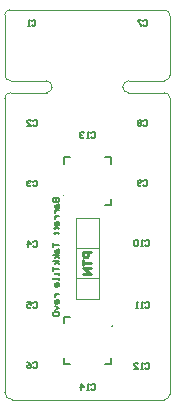
<source format=gbo>
G04 Layer_Color=32896*
%FSLAX24Y24*%
%MOIN*%
G70*
G01*
G75*
%ADD13C,0.0100*%
%ADD14C,0.0039*%
%ADD39C,0.0060*%
%ADD40C,0.0079*%
%ADD41C,0.0071*%
%ADD42C,0.0059*%
G36*
X1976Y6819D02*
X1971Y6813D01*
X1967Y6809D01*
X1964Y6805D01*
X1960Y6801D01*
X1958Y6799D01*
X1956Y6798D01*
X1955Y6797D01*
X1955Y6796D01*
X1961Y6796D01*
X1966Y6794D01*
X1971Y6793D01*
X1976Y6792D01*
X1980Y6791D01*
X1981Y6791D01*
X1983Y6790D01*
X1984Y6790D01*
X1984Y6790D01*
X1985Y6789D01*
X1985D01*
X1980Y6772D01*
X1974Y6774D01*
X1968Y6776D01*
X1964Y6778D01*
X1959Y6780D01*
X1956Y6782D01*
X1954Y6783D01*
X1953Y6784D01*
X1952Y6784D01*
X1952Y6784D01*
X1951D01*
X1952Y6778D01*
X1953Y6772D01*
X1953Y6766D01*
X1954Y6762D01*
X1954Y6759D01*
X1954Y6756D01*
Y6755D01*
Y6754D01*
Y6754D01*
Y6754D01*
X1937D01*
Y6756D01*
Y6758D01*
X1937Y6762D01*
X1938Y6767D01*
X1938Y6772D01*
X1938Y6777D01*
X1939Y6779D01*
X1939Y6780D01*
Y6782D01*
X1939Y6783D01*
Y6784D01*
Y6784D01*
X1935Y6782D01*
X1931Y6780D01*
X1927Y6778D01*
X1922Y6776D01*
X1918Y6775D01*
X1916Y6774D01*
X1914Y6773D01*
X1913Y6773D01*
X1912Y6773D01*
X1912Y6772D01*
X1911D01*
X1906Y6789D01*
X1916Y6792D01*
X1921Y6793D01*
X1926Y6794D01*
X1930Y6795D01*
X1931Y6796D01*
X1933Y6796D01*
X1934Y6796D01*
X1934D01*
X1935Y6796D01*
X1935D01*
X1934Y6797D01*
X1933Y6799D01*
X1930Y6802D01*
X1926Y6806D01*
X1923Y6810D01*
X1920Y6813D01*
X1918Y6816D01*
X1917Y6817D01*
X1916Y6818D01*
X1916Y6819D01*
X1915Y6819D01*
X1929Y6829D01*
X1932Y6825D01*
X1935Y6821D01*
X1937Y6817D01*
X1940Y6813D01*
X1942Y6809D01*
X1943Y6806D01*
X1944Y6805D01*
X1945Y6804D01*
X1945Y6804D01*
Y6803D01*
X1948Y6809D01*
X1952Y6814D01*
X1954Y6818D01*
X1957Y6822D01*
X1959Y6825D01*
X1960Y6827D01*
X1961Y6828D01*
X1962Y6829D01*
X1976Y6819D01*
D02*
G37*
G36*
X3575Y2495D02*
Y2493D01*
X3575Y2489D01*
X3574Y2484D01*
X3574Y2479D01*
X3574Y2475D01*
X3573Y2472D01*
X3573Y2471D01*
Y2469D01*
X3573Y2468D01*
Y2467D01*
Y2467D01*
X3576Y2469D01*
X3581Y2471D01*
X3585Y2473D01*
X3590Y2475D01*
X3594Y2476D01*
X3596Y2477D01*
X3597Y2478D01*
X3599Y2478D01*
X3600Y2479D01*
X3600Y2479D01*
X3601D01*
X3606Y2462D01*
X3595Y2459D01*
X3591Y2458D01*
X3586Y2457D01*
X3582Y2456D01*
X3581Y2456D01*
X3579Y2455D01*
X3578Y2455D01*
X3577D01*
X3577Y2455D01*
X3577D01*
X3578Y2454D01*
X3579Y2452D01*
X3582Y2449D01*
X3586Y2445D01*
X3589Y2442D01*
X3592Y2438D01*
X3594Y2435D01*
X3595Y2434D01*
X3596Y2433D01*
X3596Y2432D01*
X3596Y2432D01*
X3582Y2422D01*
X3580Y2426D01*
X3577Y2430D01*
X3575Y2434D01*
X3572Y2438D01*
X3570Y2442D01*
X3568Y2445D01*
X3568Y2446D01*
X3567Y2447D01*
X3567Y2447D01*
Y2448D01*
X3564Y2442D01*
X3560Y2437D01*
X3557Y2433D01*
X3555Y2429D01*
X3553Y2426D01*
X3552Y2424D01*
X3551Y2423D01*
X3550Y2422D01*
X3536Y2432D01*
X3541Y2438D01*
X3545Y2443D01*
X3548Y2446D01*
X3551Y2450D01*
X3554Y2452D01*
X3555Y2454D01*
X3556Y2455D01*
X3557Y2455D01*
X3551Y2456D01*
X3546Y2457D01*
X3541Y2458D01*
X3536Y2459D01*
X3532Y2460D01*
X3531Y2461D01*
X3529Y2461D01*
X3528Y2461D01*
X3527Y2462D01*
X3527Y2462D01*
X3527D01*
X3532Y2479D01*
X3538Y2477D01*
X3543Y2475D01*
X3548Y2473D01*
X3552Y2471D01*
X3556Y2469D01*
X3558Y2468D01*
X3559Y2468D01*
X3560Y2467D01*
X3560Y2467D01*
X3561D01*
X3560Y2474D01*
X3559Y2479D01*
X3559Y2485D01*
X3558Y2489D01*
X3558Y2492D01*
X3558Y2495D01*
Y2496D01*
Y2497D01*
Y2497D01*
Y2497D01*
X3575D01*
Y2495D01*
D02*
G37*
D13*
X2882Y4933D02*
X2606D01*
Y4795D01*
X2652Y4749D01*
X2744D01*
X2790Y4795D01*
Y4933D01*
X2606Y4658D02*
Y4474D01*
Y4566D01*
X2882D01*
Y4382D02*
X2606D01*
X2882Y4198D01*
X2606D01*
D14*
X2378Y4059D02*
X3134D01*
X2378Y3354D02*
Y5059D01*
Y3354D02*
X3134D01*
Y5059D01*
Y6043D01*
X2764D02*
X3134D01*
X2386D02*
X2764D01*
X2378Y5059D02*
Y6043D01*
Y5059D02*
X3134D01*
X5315Y0D02*
G03*
X5512Y197I0J197D01*
G01*
Y10039D02*
G03*
X5315Y10236I-197J0D01*
G01*
X3937Y10413D02*
G03*
X4114Y10236I177J0D01*
G01*
X4134Y10630D02*
G03*
X3937Y10433I0J-197D01*
G01*
X5315Y10630D02*
G03*
X5512Y10827I0J197D01*
G01*
Y12795D02*
G03*
X5315Y12992I-197J0D01*
G01*
X157D02*
G03*
X0Y12835I0J-157D01*
G01*
Y10827D02*
G03*
X197Y10630I197J0D01*
G01*
X1575Y10433D02*
G03*
X1378Y10630I-197J0D01*
G01*
X1398Y10236D02*
G03*
X1575Y10413I0J177D01*
G01*
X197Y10236D02*
G03*
X0Y10039I0J-197D01*
G01*
Y251D02*
G03*
X251Y0I251J0D01*
G01*
X251D02*
X5315D01*
X5512Y197D02*
Y251D01*
Y10039D01*
X4114Y10236D02*
X5315D01*
X3937Y10413D02*
Y10433D01*
X4134Y10630D02*
X5315D01*
X5512Y10827D02*
Y12795D01*
X5261Y12992D02*
X5315D01*
X157D02*
X5261D01*
X0Y10827D02*
Y12835D01*
X197Y10630D02*
X1378D01*
X1575Y10413D02*
Y10433D01*
X197Y10236D02*
X1398D01*
X0Y9985D02*
Y10039D01*
Y251D02*
Y9985D01*
X251Y0D02*
X251D01*
D39*
X1966Y2548D02*
Y2758D01*
Y1178D02*
X2176D01*
X3546D02*
Y1388D01*
X3336Y1178D02*
X3546D01*
X1966D02*
Y1388D01*
Y2758D02*
X2176D01*
X3336Y6493D02*
X3546D01*
Y7863D02*
Y8073D01*
X1966D02*
X2176D01*
X1966Y7863D02*
Y8073D01*
X3336D02*
X3546D01*
Y6493D02*
Y6703D01*
D40*
X4623Y7280D02*
X4656Y7313D01*
X4721D01*
X4754Y7280D01*
Y7149D01*
X4721Y7116D01*
X4656D01*
X4623Y7149D01*
X4557D02*
X4524Y7116D01*
X4459D01*
X4426Y7149D01*
Y7280D01*
X4459Y7313D01*
X4524D01*
X4557Y7280D01*
Y7247D01*
X4524Y7215D01*
X4426D01*
X2861Y8884D02*
X2894Y8917D01*
X2959D01*
X2992Y8884D01*
Y8753D01*
X2959Y8720D01*
X2894D01*
X2861Y8753D01*
X2795Y8720D02*
X2730D01*
X2763D01*
Y8917D01*
X2795Y8884D01*
X2631D02*
X2599Y8917D01*
X2533D01*
X2500Y8884D01*
Y8852D01*
X2533Y8819D01*
X2566D01*
X2533D01*
X2500Y8786D01*
Y8753D01*
X2533Y8720D01*
X2599D01*
X2631Y8753D01*
X4662Y1188D02*
X4695Y1220D01*
X4761D01*
X4793Y1188D01*
Y1056D01*
X4761Y1024D01*
X4695D01*
X4662Y1056D01*
X4597Y1024D02*
X4531D01*
X4564D01*
Y1220D01*
X4597Y1188D01*
X4301Y1024D02*
X4433D01*
X4301Y1155D01*
Y1188D01*
X4334Y1220D01*
X4400D01*
X4433Y1188D01*
X4662Y3215D02*
X4695Y3248D01*
X4761D01*
X4793Y3215D01*
Y3084D01*
X4761Y3051D01*
X4695D01*
X4662Y3084D01*
X4597Y3051D02*
X4531D01*
X4564D01*
Y3248D01*
X4597Y3215D01*
X4433Y3051D02*
X4367D01*
X4400D01*
Y3248D01*
X4433Y3215D01*
X4675Y5272D02*
X4708Y5305D01*
X4774D01*
X4806Y5272D01*
Y5141D01*
X4774Y5108D01*
X4708D01*
X4675Y5141D01*
X4610Y5108D02*
X4544D01*
X4577D01*
Y5305D01*
X4610Y5272D01*
X4446D02*
X4413Y5305D01*
X4347D01*
X4314Y5272D01*
Y5141D01*
X4347Y5108D01*
X4413D01*
X4446Y5141D01*
Y5272D01*
X4623Y9298D02*
X4656Y9331D01*
X4721D01*
X4754Y9298D01*
Y9167D01*
X4721Y9134D01*
X4656D01*
X4623Y9167D01*
X4557Y9298D02*
X4524Y9331D01*
X4459D01*
X4426Y9298D01*
Y9265D01*
X4459Y9232D01*
X4426Y9199D01*
Y9167D01*
X4459Y9134D01*
X4524D01*
X4557Y9167D01*
Y9199D01*
X4524Y9232D01*
X4557Y9265D01*
Y9298D01*
X4524Y9232D02*
X4459D01*
X4623Y12605D02*
X4656Y12638D01*
X4721D01*
X4754Y12605D01*
Y12474D01*
X4721Y12441D01*
X4656D01*
X4623Y12474D01*
X4557Y12638D02*
X4426D01*
Y12605D01*
X4557Y12474D01*
Y12441D01*
X2861Y489D02*
X2894Y522D01*
X2959D01*
X2992Y489D01*
Y358D01*
X2959Y325D01*
X2894D01*
X2861Y358D01*
X2795Y325D02*
X2730D01*
X2763D01*
Y522D01*
X2795Y489D01*
X2533Y325D02*
Y522D01*
X2631Y423D01*
X2500D01*
X892Y12605D02*
X925Y12638D01*
X991D01*
X1024Y12605D01*
Y12474D01*
X991Y12441D01*
X925D01*
X892Y12474D01*
X827Y12441D02*
X761D01*
X794D01*
Y12638D01*
X827Y12605D01*
D41*
X942Y9288D02*
X974Y9321D01*
X1040D01*
X1073Y9288D01*
Y9157D01*
X1040Y9124D01*
X974D01*
X942Y9157D01*
X745Y9124D02*
X876D01*
X745Y9255D01*
Y9288D01*
X778Y9321D01*
X843D01*
X876Y9288D01*
X942Y7270D02*
X974Y7303D01*
X1040D01*
X1073Y7270D01*
Y7139D01*
X1040Y7106D01*
X974D01*
X942Y7139D01*
X876Y7270D02*
X843Y7303D01*
X778D01*
X745Y7270D01*
Y7237D01*
X778Y7205D01*
X810D01*
X778D01*
X745Y7172D01*
Y7139D01*
X778Y7106D01*
X843D01*
X876Y7139D01*
X942Y5262D02*
X974Y5295D01*
X1040D01*
X1073Y5262D01*
Y5131D01*
X1040Y5098D01*
X974D01*
X942Y5131D01*
X778Y5098D02*
Y5295D01*
X876Y5197D01*
X745D01*
X942Y3235D02*
X974Y3268D01*
X1040D01*
X1073Y3235D01*
Y3104D01*
X1040Y3071D01*
X974D01*
X942Y3104D01*
X745Y3268D02*
X876D01*
Y3169D01*
X810Y3202D01*
X778D01*
X745Y3169D01*
Y3104D01*
X778Y3071D01*
X843D01*
X876Y3104D01*
X942Y1207D02*
X974Y1240D01*
X1040D01*
X1073Y1207D01*
Y1076D01*
X1040Y1043D01*
X974D01*
X942Y1076D01*
X745Y1240D02*
X810Y1207D01*
X876Y1142D01*
Y1076D01*
X843Y1043D01*
X778D01*
X745Y1076D01*
Y1109D01*
X778Y1142D01*
X876D01*
D42*
X1624Y6722D02*
X1821D01*
Y6624D01*
X1788Y6591D01*
X1755D01*
X1722Y6624D01*
Y6722D01*
Y6624D01*
X1690Y6591D01*
X1657D01*
X1624Y6624D01*
Y6722D01*
X1690Y6493D02*
Y6427D01*
X1722Y6394D01*
X1821D01*
Y6493D01*
X1788Y6526D01*
X1755Y6493D01*
Y6394D01*
X1690Y6329D02*
X1821D01*
X1755D01*
X1722Y6296D01*
X1690Y6263D01*
Y6230D01*
Y6132D02*
X1821D01*
X1755D01*
X1722Y6099D01*
X1690Y6066D01*
Y6034D01*
X1821Y5837D02*
Y5903D01*
X1788Y5935D01*
X1722D01*
X1690Y5903D01*
Y5837D01*
X1722Y5804D01*
X1755D01*
Y5935D01*
X1657Y5706D02*
X1690D01*
Y5739D01*
Y5673D01*
Y5706D01*
X1788D01*
X1821Y5673D01*
X1657Y5542D02*
X1690D01*
Y5575D01*
Y5509D01*
Y5542D01*
X1788D01*
X1821Y5509D01*
X1624Y5214D02*
Y5083D01*
Y5148D01*
X1821D01*
X1690Y4984D02*
Y4919D01*
X1722Y4886D01*
X1821D01*
Y4984D01*
X1788Y5017D01*
X1755Y4984D01*
Y4886D01*
X1821Y4820D02*
X1624D01*
X1755D02*
X1690Y4722D01*
X1755Y4820D02*
X1821Y4722D01*
Y4623D02*
X1624D01*
X1755D02*
X1690Y4525D01*
X1755Y4623D02*
X1821Y4525D01*
X1624Y4427D02*
Y4295D01*
Y4361D01*
X1821D01*
Y4230D02*
Y4164D01*
Y4197D01*
X1690D01*
Y4230D01*
X1821Y4066D02*
Y4000D01*
Y4033D01*
X1624D01*
Y4066D01*
X1821Y3803D02*
Y3869D01*
X1788Y3902D01*
X1722D01*
X1690Y3869D01*
Y3803D01*
X1722Y3771D01*
X1755D01*
Y3902D01*
X1690Y3508D02*
X1821D01*
X1755D01*
X1722Y3475D01*
X1690Y3443D01*
Y3410D01*
X1821Y3213D02*
Y3279D01*
X1788Y3311D01*
X1722D01*
X1690Y3279D01*
Y3213D01*
X1722Y3180D01*
X1755D01*
Y3311D01*
X1690Y3115D02*
X1821Y3049D01*
X1690Y2984D01*
X1657Y2918D02*
X1624Y2885D01*
Y2820D01*
X1657Y2787D01*
X1788D01*
X1821Y2820D01*
Y2885D01*
X1788Y2918D01*
X1657D01*
M02*

</source>
